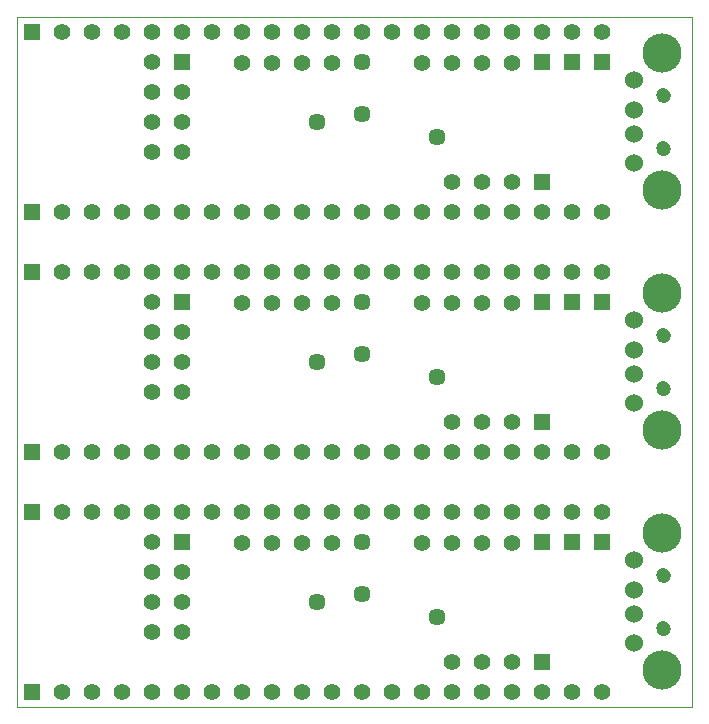
<source format=gts>
G75*
%MOIN*%
%OFA0B0*%
%FSLAX25Y25*%
%IPPOS*%
%LPD*%
%AMOC8*
5,1,8,0,0,1.08239X$1,22.5*
%
%ADD10C,0.00000*%
%ADD11R,0.05550X0.05550*%
%ADD12C,0.05550*%
%ADD13C,0.06000*%
%ADD14C,0.13061*%
%ADD15C,0.04731*%
%ADD16C,0.05715*%
D10*
X0001300Y0001250D02*
X0001300Y0231211D01*
X0226339Y0231250D01*
X0226300Y0001250D01*
X0001300Y0001250D01*
X0214529Y0027392D02*
X0214531Y0027485D01*
X0214537Y0027577D01*
X0214547Y0027669D01*
X0214561Y0027760D01*
X0214578Y0027851D01*
X0214600Y0027941D01*
X0214625Y0028030D01*
X0214654Y0028118D01*
X0214687Y0028204D01*
X0214724Y0028289D01*
X0214764Y0028373D01*
X0214808Y0028454D01*
X0214855Y0028534D01*
X0214905Y0028612D01*
X0214959Y0028687D01*
X0215016Y0028760D01*
X0215076Y0028830D01*
X0215139Y0028898D01*
X0215205Y0028963D01*
X0215273Y0029025D01*
X0215344Y0029085D01*
X0215418Y0029141D01*
X0215494Y0029194D01*
X0215572Y0029243D01*
X0215652Y0029290D01*
X0215734Y0029332D01*
X0215818Y0029372D01*
X0215903Y0029407D01*
X0215990Y0029439D01*
X0216078Y0029468D01*
X0216167Y0029492D01*
X0216257Y0029513D01*
X0216348Y0029529D01*
X0216440Y0029542D01*
X0216532Y0029551D01*
X0216625Y0029556D01*
X0216717Y0029557D01*
X0216810Y0029554D01*
X0216902Y0029547D01*
X0216994Y0029536D01*
X0217085Y0029521D01*
X0217176Y0029503D01*
X0217266Y0029480D01*
X0217354Y0029454D01*
X0217442Y0029424D01*
X0217528Y0029390D01*
X0217612Y0029353D01*
X0217695Y0029311D01*
X0217776Y0029267D01*
X0217856Y0029219D01*
X0217933Y0029168D01*
X0218007Y0029113D01*
X0218080Y0029055D01*
X0218150Y0028995D01*
X0218217Y0028931D01*
X0218281Y0028865D01*
X0218343Y0028795D01*
X0218401Y0028724D01*
X0218456Y0028650D01*
X0218508Y0028573D01*
X0218557Y0028494D01*
X0218603Y0028414D01*
X0218645Y0028331D01*
X0218683Y0028247D01*
X0218718Y0028161D01*
X0218749Y0028074D01*
X0218776Y0027986D01*
X0218799Y0027896D01*
X0218819Y0027806D01*
X0218835Y0027715D01*
X0218847Y0027623D01*
X0218855Y0027531D01*
X0218859Y0027438D01*
X0218859Y0027346D01*
X0218855Y0027253D01*
X0218847Y0027161D01*
X0218835Y0027069D01*
X0218819Y0026978D01*
X0218799Y0026888D01*
X0218776Y0026798D01*
X0218749Y0026710D01*
X0218718Y0026623D01*
X0218683Y0026537D01*
X0218645Y0026453D01*
X0218603Y0026370D01*
X0218557Y0026290D01*
X0218508Y0026211D01*
X0218456Y0026134D01*
X0218401Y0026060D01*
X0218343Y0025989D01*
X0218281Y0025919D01*
X0218217Y0025853D01*
X0218150Y0025789D01*
X0218080Y0025729D01*
X0218007Y0025671D01*
X0217933Y0025616D01*
X0217856Y0025565D01*
X0217777Y0025517D01*
X0217695Y0025473D01*
X0217612Y0025431D01*
X0217528Y0025394D01*
X0217442Y0025360D01*
X0217354Y0025330D01*
X0217266Y0025304D01*
X0217176Y0025281D01*
X0217085Y0025263D01*
X0216994Y0025248D01*
X0216902Y0025237D01*
X0216810Y0025230D01*
X0216717Y0025227D01*
X0216625Y0025228D01*
X0216532Y0025233D01*
X0216440Y0025242D01*
X0216348Y0025255D01*
X0216257Y0025271D01*
X0216167Y0025292D01*
X0216078Y0025316D01*
X0215990Y0025345D01*
X0215903Y0025377D01*
X0215818Y0025412D01*
X0215734Y0025452D01*
X0215652Y0025494D01*
X0215572Y0025541D01*
X0215494Y0025590D01*
X0215418Y0025643D01*
X0215344Y0025699D01*
X0215273Y0025759D01*
X0215205Y0025821D01*
X0215139Y0025886D01*
X0215076Y0025954D01*
X0215016Y0026024D01*
X0214959Y0026097D01*
X0214905Y0026172D01*
X0214855Y0026250D01*
X0214808Y0026330D01*
X0214764Y0026411D01*
X0214724Y0026495D01*
X0214687Y0026580D01*
X0214654Y0026666D01*
X0214625Y0026754D01*
X0214600Y0026843D01*
X0214578Y0026933D01*
X0214561Y0027024D01*
X0214547Y0027115D01*
X0214537Y0027207D01*
X0214531Y0027299D01*
X0214529Y0027392D01*
X0214529Y0045108D02*
X0214531Y0045201D01*
X0214537Y0045293D01*
X0214547Y0045385D01*
X0214561Y0045476D01*
X0214578Y0045567D01*
X0214600Y0045657D01*
X0214625Y0045746D01*
X0214654Y0045834D01*
X0214687Y0045920D01*
X0214724Y0046005D01*
X0214764Y0046089D01*
X0214808Y0046170D01*
X0214855Y0046250D01*
X0214905Y0046328D01*
X0214959Y0046403D01*
X0215016Y0046476D01*
X0215076Y0046546D01*
X0215139Y0046614D01*
X0215205Y0046679D01*
X0215273Y0046741D01*
X0215344Y0046801D01*
X0215418Y0046857D01*
X0215494Y0046910D01*
X0215572Y0046959D01*
X0215652Y0047006D01*
X0215734Y0047048D01*
X0215818Y0047088D01*
X0215903Y0047123D01*
X0215990Y0047155D01*
X0216078Y0047184D01*
X0216167Y0047208D01*
X0216257Y0047229D01*
X0216348Y0047245D01*
X0216440Y0047258D01*
X0216532Y0047267D01*
X0216625Y0047272D01*
X0216717Y0047273D01*
X0216810Y0047270D01*
X0216902Y0047263D01*
X0216994Y0047252D01*
X0217085Y0047237D01*
X0217176Y0047219D01*
X0217266Y0047196D01*
X0217354Y0047170D01*
X0217442Y0047140D01*
X0217528Y0047106D01*
X0217612Y0047069D01*
X0217695Y0047027D01*
X0217776Y0046983D01*
X0217856Y0046935D01*
X0217933Y0046884D01*
X0218007Y0046829D01*
X0218080Y0046771D01*
X0218150Y0046711D01*
X0218217Y0046647D01*
X0218281Y0046581D01*
X0218343Y0046511D01*
X0218401Y0046440D01*
X0218456Y0046366D01*
X0218508Y0046289D01*
X0218557Y0046210D01*
X0218603Y0046130D01*
X0218645Y0046047D01*
X0218683Y0045963D01*
X0218718Y0045877D01*
X0218749Y0045790D01*
X0218776Y0045702D01*
X0218799Y0045612D01*
X0218819Y0045522D01*
X0218835Y0045431D01*
X0218847Y0045339D01*
X0218855Y0045247D01*
X0218859Y0045154D01*
X0218859Y0045062D01*
X0218855Y0044969D01*
X0218847Y0044877D01*
X0218835Y0044785D01*
X0218819Y0044694D01*
X0218799Y0044604D01*
X0218776Y0044514D01*
X0218749Y0044426D01*
X0218718Y0044339D01*
X0218683Y0044253D01*
X0218645Y0044169D01*
X0218603Y0044086D01*
X0218557Y0044006D01*
X0218508Y0043927D01*
X0218456Y0043850D01*
X0218401Y0043776D01*
X0218343Y0043705D01*
X0218281Y0043635D01*
X0218217Y0043569D01*
X0218150Y0043505D01*
X0218080Y0043445D01*
X0218007Y0043387D01*
X0217933Y0043332D01*
X0217856Y0043281D01*
X0217777Y0043233D01*
X0217695Y0043189D01*
X0217612Y0043147D01*
X0217528Y0043110D01*
X0217442Y0043076D01*
X0217354Y0043046D01*
X0217266Y0043020D01*
X0217176Y0042997D01*
X0217085Y0042979D01*
X0216994Y0042964D01*
X0216902Y0042953D01*
X0216810Y0042946D01*
X0216717Y0042943D01*
X0216625Y0042944D01*
X0216532Y0042949D01*
X0216440Y0042958D01*
X0216348Y0042971D01*
X0216257Y0042987D01*
X0216167Y0043008D01*
X0216078Y0043032D01*
X0215990Y0043061D01*
X0215903Y0043093D01*
X0215818Y0043128D01*
X0215734Y0043168D01*
X0215652Y0043210D01*
X0215572Y0043257D01*
X0215494Y0043306D01*
X0215418Y0043359D01*
X0215344Y0043415D01*
X0215273Y0043475D01*
X0215205Y0043537D01*
X0215139Y0043602D01*
X0215076Y0043670D01*
X0215016Y0043740D01*
X0214959Y0043813D01*
X0214905Y0043888D01*
X0214855Y0043966D01*
X0214808Y0044046D01*
X0214764Y0044127D01*
X0214724Y0044211D01*
X0214687Y0044296D01*
X0214654Y0044382D01*
X0214625Y0044470D01*
X0214600Y0044559D01*
X0214578Y0044649D01*
X0214561Y0044740D01*
X0214547Y0044831D01*
X0214537Y0044923D01*
X0214531Y0045015D01*
X0214529Y0045108D01*
X0214529Y0107392D02*
X0214531Y0107485D01*
X0214537Y0107577D01*
X0214547Y0107669D01*
X0214561Y0107760D01*
X0214578Y0107851D01*
X0214600Y0107941D01*
X0214625Y0108030D01*
X0214654Y0108118D01*
X0214687Y0108204D01*
X0214724Y0108289D01*
X0214764Y0108373D01*
X0214808Y0108454D01*
X0214855Y0108534D01*
X0214905Y0108612D01*
X0214959Y0108687D01*
X0215016Y0108760D01*
X0215076Y0108830D01*
X0215139Y0108898D01*
X0215205Y0108963D01*
X0215273Y0109025D01*
X0215344Y0109085D01*
X0215418Y0109141D01*
X0215494Y0109194D01*
X0215572Y0109243D01*
X0215652Y0109290D01*
X0215734Y0109332D01*
X0215818Y0109372D01*
X0215903Y0109407D01*
X0215990Y0109439D01*
X0216078Y0109468D01*
X0216167Y0109492D01*
X0216257Y0109513D01*
X0216348Y0109529D01*
X0216440Y0109542D01*
X0216532Y0109551D01*
X0216625Y0109556D01*
X0216717Y0109557D01*
X0216810Y0109554D01*
X0216902Y0109547D01*
X0216994Y0109536D01*
X0217085Y0109521D01*
X0217176Y0109503D01*
X0217266Y0109480D01*
X0217354Y0109454D01*
X0217442Y0109424D01*
X0217528Y0109390D01*
X0217612Y0109353D01*
X0217695Y0109311D01*
X0217776Y0109267D01*
X0217856Y0109219D01*
X0217933Y0109168D01*
X0218007Y0109113D01*
X0218080Y0109055D01*
X0218150Y0108995D01*
X0218217Y0108931D01*
X0218281Y0108865D01*
X0218343Y0108795D01*
X0218401Y0108724D01*
X0218456Y0108650D01*
X0218508Y0108573D01*
X0218557Y0108494D01*
X0218603Y0108414D01*
X0218645Y0108331D01*
X0218683Y0108247D01*
X0218718Y0108161D01*
X0218749Y0108074D01*
X0218776Y0107986D01*
X0218799Y0107896D01*
X0218819Y0107806D01*
X0218835Y0107715D01*
X0218847Y0107623D01*
X0218855Y0107531D01*
X0218859Y0107438D01*
X0218859Y0107346D01*
X0218855Y0107253D01*
X0218847Y0107161D01*
X0218835Y0107069D01*
X0218819Y0106978D01*
X0218799Y0106888D01*
X0218776Y0106798D01*
X0218749Y0106710D01*
X0218718Y0106623D01*
X0218683Y0106537D01*
X0218645Y0106453D01*
X0218603Y0106370D01*
X0218557Y0106290D01*
X0218508Y0106211D01*
X0218456Y0106134D01*
X0218401Y0106060D01*
X0218343Y0105989D01*
X0218281Y0105919D01*
X0218217Y0105853D01*
X0218150Y0105789D01*
X0218080Y0105729D01*
X0218007Y0105671D01*
X0217933Y0105616D01*
X0217856Y0105565D01*
X0217777Y0105517D01*
X0217695Y0105473D01*
X0217612Y0105431D01*
X0217528Y0105394D01*
X0217442Y0105360D01*
X0217354Y0105330D01*
X0217266Y0105304D01*
X0217176Y0105281D01*
X0217085Y0105263D01*
X0216994Y0105248D01*
X0216902Y0105237D01*
X0216810Y0105230D01*
X0216717Y0105227D01*
X0216625Y0105228D01*
X0216532Y0105233D01*
X0216440Y0105242D01*
X0216348Y0105255D01*
X0216257Y0105271D01*
X0216167Y0105292D01*
X0216078Y0105316D01*
X0215990Y0105345D01*
X0215903Y0105377D01*
X0215818Y0105412D01*
X0215734Y0105452D01*
X0215652Y0105494D01*
X0215572Y0105541D01*
X0215494Y0105590D01*
X0215418Y0105643D01*
X0215344Y0105699D01*
X0215273Y0105759D01*
X0215205Y0105821D01*
X0215139Y0105886D01*
X0215076Y0105954D01*
X0215016Y0106024D01*
X0214959Y0106097D01*
X0214905Y0106172D01*
X0214855Y0106250D01*
X0214808Y0106330D01*
X0214764Y0106411D01*
X0214724Y0106495D01*
X0214687Y0106580D01*
X0214654Y0106666D01*
X0214625Y0106754D01*
X0214600Y0106843D01*
X0214578Y0106933D01*
X0214561Y0107024D01*
X0214547Y0107115D01*
X0214537Y0107207D01*
X0214531Y0107299D01*
X0214529Y0107392D01*
X0214529Y0125108D02*
X0214531Y0125201D01*
X0214537Y0125293D01*
X0214547Y0125385D01*
X0214561Y0125476D01*
X0214578Y0125567D01*
X0214600Y0125657D01*
X0214625Y0125746D01*
X0214654Y0125834D01*
X0214687Y0125920D01*
X0214724Y0126005D01*
X0214764Y0126089D01*
X0214808Y0126170D01*
X0214855Y0126250D01*
X0214905Y0126328D01*
X0214959Y0126403D01*
X0215016Y0126476D01*
X0215076Y0126546D01*
X0215139Y0126614D01*
X0215205Y0126679D01*
X0215273Y0126741D01*
X0215344Y0126801D01*
X0215418Y0126857D01*
X0215494Y0126910D01*
X0215572Y0126959D01*
X0215652Y0127006D01*
X0215734Y0127048D01*
X0215818Y0127088D01*
X0215903Y0127123D01*
X0215990Y0127155D01*
X0216078Y0127184D01*
X0216167Y0127208D01*
X0216257Y0127229D01*
X0216348Y0127245D01*
X0216440Y0127258D01*
X0216532Y0127267D01*
X0216625Y0127272D01*
X0216717Y0127273D01*
X0216810Y0127270D01*
X0216902Y0127263D01*
X0216994Y0127252D01*
X0217085Y0127237D01*
X0217176Y0127219D01*
X0217266Y0127196D01*
X0217354Y0127170D01*
X0217442Y0127140D01*
X0217528Y0127106D01*
X0217612Y0127069D01*
X0217695Y0127027D01*
X0217776Y0126983D01*
X0217856Y0126935D01*
X0217933Y0126884D01*
X0218007Y0126829D01*
X0218080Y0126771D01*
X0218150Y0126711D01*
X0218217Y0126647D01*
X0218281Y0126581D01*
X0218343Y0126511D01*
X0218401Y0126440D01*
X0218456Y0126366D01*
X0218508Y0126289D01*
X0218557Y0126210D01*
X0218603Y0126130D01*
X0218645Y0126047D01*
X0218683Y0125963D01*
X0218718Y0125877D01*
X0218749Y0125790D01*
X0218776Y0125702D01*
X0218799Y0125612D01*
X0218819Y0125522D01*
X0218835Y0125431D01*
X0218847Y0125339D01*
X0218855Y0125247D01*
X0218859Y0125154D01*
X0218859Y0125062D01*
X0218855Y0124969D01*
X0218847Y0124877D01*
X0218835Y0124785D01*
X0218819Y0124694D01*
X0218799Y0124604D01*
X0218776Y0124514D01*
X0218749Y0124426D01*
X0218718Y0124339D01*
X0218683Y0124253D01*
X0218645Y0124169D01*
X0218603Y0124086D01*
X0218557Y0124006D01*
X0218508Y0123927D01*
X0218456Y0123850D01*
X0218401Y0123776D01*
X0218343Y0123705D01*
X0218281Y0123635D01*
X0218217Y0123569D01*
X0218150Y0123505D01*
X0218080Y0123445D01*
X0218007Y0123387D01*
X0217933Y0123332D01*
X0217856Y0123281D01*
X0217777Y0123233D01*
X0217695Y0123189D01*
X0217612Y0123147D01*
X0217528Y0123110D01*
X0217442Y0123076D01*
X0217354Y0123046D01*
X0217266Y0123020D01*
X0217176Y0122997D01*
X0217085Y0122979D01*
X0216994Y0122964D01*
X0216902Y0122953D01*
X0216810Y0122946D01*
X0216717Y0122943D01*
X0216625Y0122944D01*
X0216532Y0122949D01*
X0216440Y0122958D01*
X0216348Y0122971D01*
X0216257Y0122987D01*
X0216167Y0123008D01*
X0216078Y0123032D01*
X0215990Y0123061D01*
X0215903Y0123093D01*
X0215818Y0123128D01*
X0215734Y0123168D01*
X0215652Y0123210D01*
X0215572Y0123257D01*
X0215494Y0123306D01*
X0215418Y0123359D01*
X0215344Y0123415D01*
X0215273Y0123475D01*
X0215205Y0123537D01*
X0215139Y0123602D01*
X0215076Y0123670D01*
X0215016Y0123740D01*
X0214959Y0123813D01*
X0214905Y0123888D01*
X0214855Y0123966D01*
X0214808Y0124046D01*
X0214764Y0124127D01*
X0214724Y0124211D01*
X0214687Y0124296D01*
X0214654Y0124382D01*
X0214625Y0124470D01*
X0214600Y0124559D01*
X0214578Y0124649D01*
X0214561Y0124740D01*
X0214547Y0124831D01*
X0214537Y0124923D01*
X0214531Y0125015D01*
X0214529Y0125108D01*
X0214529Y0187392D02*
X0214531Y0187485D01*
X0214537Y0187577D01*
X0214547Y0187669D01*
X0214561Y0187760D01*
X0214578Y0187851D01*
X0214600Y0187941D01*
X0214625Y0188030D01*
X0214654Y0188118D01*
X0214687Y0188204D01*
X0214724Y0188289D01*
X0214764Y0188373D01*
X0214808Y0188454D01*
X0214855Y0188534D01*
X0214905Y0188612D01*
X0214959Y0188687D01*
X0215016Y0188760D01*
X0215076Y0188830D01*
X0215139Y0188898D01*
X0215205Y0188963D01*
X0215273Y0189025D01*
X0215344Y0189085D01*
X0215418Y0189141D01*
X0215494Y0189194D01*
X0215572Y0189243D01*
X0215652Y0189290D01*
X0215734Y0189332D01*
X0215818Y0189372D01*
X0215903Y0189407D01*
X0215990Y0189439D01*
X0216078Y0189468D01*
X0216167Y0189492D01*
X0216257Y0189513D01*
X0216348Y0189529D01*
X0216440Y0189542D01*
X0216532Y0189551D01*
X0216625Y0189556D01*
X0216717Y0189557D01*
X0216810Y0189554D01*
X0216902Y0189547D01*
X0216994Y0189536D01*
X0217085Y0189521D01*
X0217176Y0189503D01*
X0217266Y0189480D01*
X0217354Y0189454D01*
X0217442Y0189424D01*
X0217528Y0189390D01*
X0217612Y0189353D01*
X0217695Y0189311D01*
X0217776Y0189267D01*
X0217856Y0189219D01*
X0217933Y0189168D01*
X0218007Y0189113D01*
X0218080Y0189055D01*
X0218150Y0188995D01*
X0218217Y0188931D01*
X0218281Y0188865D01*
X0218343Y0188795D01*
X0218401Y0188724D01*
X0218456Y0188650D01*
X0218508Y0188573D01*
X0218557Y0188494D01*
X0218603Y0188414D01*
X0218645Y0188331D01*
X0218683Y0188247D01*
X0218718Y0188161D01*
X0218749Y0188074D01*
X0218776Y0187986D01*
X0218799Y0187896D01*
X0218819Y0187806D01*
X0218835Y0187715D01*
X0218847Y0187623D01*
X0218855Y0187531D01*
X0218859Y0187438D01*
X0218859Y0187346D01*
X0218855Y0187253D01*
X0218847Y0187161D01*
X0218835Y0187069D01*
X0218819Y0186978D01*
X0218799Y0186888D01*
X0218776Y0186798D01*
X0218749Y0186710D01*
X0218718Y0186623D01*
X0218683Y0186537D01*
X0218645Y0186453D01*
X0218603Y0186370D01*
X0218557Y0186290D01*
X0218508Y0186211D01*
X0218456Y0186134D01*
X0218401Y0186060D01*
X0218343Y0185989D01*
X0218281Y0185919D01*
X0218217Y0185853D01*
X0218150Y0185789D01*
X0218080Y0185729D01*
X0218007Y0185671D01*
X0217933Y0185616D01*
X0217856Y0185565D01*
X0217777Y0185517D01*
X0217695Y0185473D01*
X0217612Y0185431D01*
X0217528Y0185394D01*
X0217442Y0185360D01*
X0217354Y0185330D01*
X0217266Y0185304D01*
X0217176Y0185281D01*
X0217085Y0185263D01*
X0216994Y0185248D01*
X0216902Y0185237D01*
X0216810Y0185230D01*
X0216717Y0185227D01*
X0216625Y0185228D01*
X0216532Y0185233D01*
X0216440Y0185242D01*
X0216348Y0185255D01*
X0216257Y0185271D01*
X0216167Y0185292D01*
X0216078Y0185316D01*
X0215990Y0185345D01*
X0215903Y0185377D01*
X0215818Y0185412D01*
X0215734Y0185452D01*
X0215652Y0185494D01*
X0215572Y0185541D01*
X0215494Y0185590D01*
X0215418Y0185643D01*
X0215344Y0185699D01*
X0215273Y0185759D01*
X0215205Y0185821D01*
X0215139Y0185886D01*
X0215076Y0185954D01*
X0215016Y0186024D01*
X0214959Y0186097D01*
X0214905Y0186172D01*
X0214855Y0186250D01*
X0214808Y0186330D01*
X0214764Y0186411D01*
X0214724Y0186495D01*
X0214687Y0186580D01*
X0214654Y0186666D01*
X0214625Y0186754D01*
X0214600Y0186843D01*
X0214578Y0186933D01*
X0214561Y0187024D01*
X0214547Y0187115D01*
X0214537Y0187207D01*
X0214531Y0187299D01*
X0214529Y0187392D01*
X0214529Y0205108D02*
X0214531Y0205201D01*
X0214537Y0205293D01*
X0214547Y0205385D01*
X0214561Y0205476D01*
X0214578Y0205567D01*
X0214600Y0205657D01*
X0214625Y0205746D01*
X0214654Y0205834D01*
X0214687Y0205920D01*
X0214724Y0206005D01*
X0214764Y0206089D01*
X0214808Y0206170D01*
X0214855Y0206250D01*
X0214905Y0206328D01*
X0214959Y0206403D01*
X0215016Y0206476D01*
X0215076Y0206546D01*
X0215139Y0206614D01*
X0215205Y0206679D01*
X0215273Y0206741D01*
X0215344Y0206801D01*
X0215418Y0206857D01*
X0215494Y0206910D01*
X0215572Y0206959D01*
X0215652Y0207006D01*
X0215734Y0207048D01*
X0215818Y0207088D01*
X0215903Y0207123D01*
X0215990Y0207155D01*
X0216078Y0207184D01*
X0216167Y0207208D01*
X0216257Y0207229D01*
X0216348Y0207245D01*
X0216440Y0207258D01*
X0216532Y0207267D01*
X0216625Y0207272D01*
X0216717Y0207273D01*
X0216810Y0207270D01*
X0216902Y0207263D01*
X0216994Y0207252D01*
X0217085Y0207237D01*
X0217176Y0207219D01*
X0217266Y0207196D01*
X0217354Y0207170D01*
X0217442Y0207140D01*
X0217528Y0207106D01*
X0217612Y0207069D01*
X0217695Y0207027D01*
X0217776Y0206983D01*
X0217856Y0206935D01*
X0217933Y0206884D01*
X0218007Y0206829D01*
X0218080Y0206771D01*
X0218150Y0206711D01*
X0218217Y0206647D01*
X0218281Y0206581D01*
X0218343Y0206511D01*
X0218401Y0206440D01*
X0218456Y0206366D01*
X0218508Y0206289D01*
X0218557Y0206210D01*
X0218603Y0206130D01*
X0218645Y0206047D01*
X0218683Y0205963D01*
X0218718Y0205877D01*
X0218749Y0205790D01*
X0218776Y0205702D01*
X0218799Y0205612D01*
X0218819Y0205522D01*
X0218835Y0205431D01*
X0218847Y0205339D01*
X0218855Y0205247D01*
X0218859Y0205154D01*
X0218859Y0205062D01*
X0218855Y0204969D01*
X0218847Y0204877D01*
X0218835Y0204785D01*
X0218819Y0204694D01*
X0218799Y0204604D01*
X0218776Y0204514D01*
X0218749Y0204426D01*
X0218718Y0204339D01*
X0218683Y0204253D01*
X0218645Y0204169D01*
X0218603Y0204086D01*
X0218557Y0204006D01*
X0218508Y0203927D01*
X0218456Y0203850D01*
X0218401Y0203776D01*
X0218343Y0203705D01*
X0218281Y0203635D01*
X0218217Y0203569D01*
X0218150Y0203505D01*
X0218080Y0203445D01*
X0218007Y0203387D01*
X0217933Y0203332D01*
X0217856Y0203281D01*
X0217777Y0203233D01*
X0217695Y0203189D01*
X0217612Y0203147D01*
X0217528Y0203110D01*
X0217442Y0203076D01*
X0217354Y0203046D01*
X0217266Y0203020D01*
X0217176Y0202997D01*
X0217085Y0202979D01*
X0216994Y0202964D01*
X0216902Y0202953D01*
X0216810Y0202946D01*
X0216717Y0202943D01*
X0216625Y0202944D01*
X0216532Y0202949D01*
X0216440Y0202958D01*
X0216348Y0202971D01*
X0216257Y0202987D01*
X0216167Y0203008D01*
X0216078Y0203032D01*
X0215990Y0203061D01*
X0215903Y0203093D01*
X0215818Y0203128D01*
X0215734Y0203168D01*
X0215652Y0203210D01*
X0215572Y0203257D01*
X0215494Y0203306D01*
X0215418Y0203359D01*
X0215344Y0203415D01*
X0215273Y0203475D01*
X0215205Y0203537D01*
X0215139Y0203602D01*
X0215076Y0203670D01*
X0215016Y0203740D01*
X0214959Y0203813D01*
X0214905Y0203888D01*
X0214855Y0203966D01*
X0214808Y0204046D01*
X0214764Y0204127D01*
X0214724Y0204211D01*
X0214687Y0204296D01*
X0214654Y0204382D01*
X0214625Y0204470D01*
X0214600Y0204559D01*
X0214578Y0204649D01*
X0214561Y0204740D01*
X0214547Y0204831D01*
X0214537Y0204923D01*
X0214531Y0205015D01*
X0214529Y0205108D01*
D11*
X0196300Y0216250D03*
X0186300Y0216250D03*
X0176300Y0216250D03*
X0176300Y0176250D03*
X0176300Y0136250D03*
X0186300Y0136250D03*
X0196300Y0136250D03*
X0176300Y0096250D03*
X0176300Y0056250D03*
X0186300Y0056250D03*
X0196300Y0056250D03*
X0176300Y0016250D03*
X0056300Y0056250D03*
X0006300Y0066250D03*
X0006300Y0086250D03*
X0056300Y0136250D03*
X0006300Y0146250D03*
X0006300Y0166250D03*
X0056300Y0216250D03*
X0006300Y0226250D03*
X0006300Y0006250D03*
D12*
X0016300Y0006250D03*
X0026300Y0006250D03*
X0036300Y0006250D03*
X0046300Y0006250D03*
X0056300Y0006250D03*
X0066300Y0006250D03*
X0076300Y0006250D03*
X0086300Y0006250D03*
X0096300Y0006250D03*
X0106300Y0006250D03*
X0116300Y0006250D03*
X0126300Y0006250D03*
X0136300Y0006250D03*
X0146300Y0006250D03*
X0146300Y0016250D03*
X0156300Y0016250D03*
X0166300Y0016250D03*
X0166300Y0006250D03*
X0156300Y0006250D03*
X0176300Y0006250D03*
X0186300Y0006250D03*
X0196300Y0006250D03*
X0166300Y0055935D03*
X0156300Y0055935D03*
X0146300Y0055935D03*
X0136300Y0055935D03*
X0136300Y0066250D03*
X0146300Y0066250D03*
X0156300Y0066250D03*
X0166300Y0066250D03*
X0176300Y0066250D03*
X0186300Y0066250D03*
X0196300Y0066250D03*
X0196300Y0086250D03*
X0186300Y0086250D03*
X0176300Y0086250D03*
X0166300Y0086250D03*
X0156300Y0086250D03*
X0156300Y0096250D03*
X0166300Y0096250D03*
X0146300Y0096250D03*
X0146300Y0086250D03*
X0136300Y0086250D03*
X0126300Y0086250D03*
X0116300Y0086250D03*
X0106300Y0086250D03*
X0096300Y0086250D03*
X0086300Y0086250D03*
X0076300Y0086250D03*
X0066300Y0086250D03*
X0056300Y0086250D03*
X0046300Y0086250D03*
X0036300Y0086250D03*
X0026300Y0086250D03*
X0016300Y0086250D03*
X0016300Y0066250D03*
X0026300Y0066250D03*
X0036300Y0066250D03*
X0046300Y0066250D03*
X0056300Y0066250D03*
X0066300Y0066250D03*
X0076300Y0066250D03*
X0086300Y0066250D03*
X0096300Y0066250D03*
X0106300Y0066250D03*
X0116300Y0066250D03*
X0126300Y0066250D03*
X0106300Y0055935D03*
X0096300Y0055935D03*
X0086300Y0055935D03*
X0076300Y0055935D03*
X0056300Y0046250D03*
X0046300Y0046250D03*
X0046300Y0036250D03*
X0056300Y0036250D03*
X0056300Y0026250D03*
X0046300Y0026250D03*
X0046300Y0056250D03*
X0046300Y0106250D03*
X0056300Y0106250D03*
X0056300Y0116250D03*
X0046300Y0116250D03*
X0046300Y0126250D03*
X0056300Y0126250D03*
X0046300Y0136250D03*
X0046300Y0146250D03*
X0056300Y0146250D03*
X0066300Y0146250D03*
X0076300Y0146250D03*
X0086300Y0146250D03*
X0096300Y0146250D03*
X0106300Y0146250D03*
X0116300Y0146250D03*
X0126300Y0146250D03*
X0136300Y0146250D03*
X0146300Y0146250D03*
X0156300Y0146250D03*
X0166300Y0146250D03*
X0176300Y0146250D03*
X0186300Y0146250D03*
X0196300Y0146250D03*
X0196300Y0166250D03*
X0186300Y0166250D03*
X0176300Y0166250D03*
X0166300Y0166250D03*
X0156300Y0166250D03*
X0156300Y0176250D03*
X0166300Y0176250D03*
X0146300Y0176250D03*
X0146300Y0166250D03*
X0136300Y0166250D03*
X0126300Y0166250D03*
X0116300Y0166250D03*
X0106300Y0166250D03*
X0096300Y0166250D03*
X0086300Y0166250D03*
X0076300Y0166250D03*
X0066300Y0166250D03*
X0056300Y0166250D03*
X0046300Y0166250D03*
X0036300Y0166250D03*
X0026300Y0166250D03*
X0016300Y0166250D03*
X0016300Y0146250D03*
X0026300Y0146250D03*
X0036300Y0146250D03*
X0076300Y0135935D03*
X0086300Y0135935D03*
X0096300Y0135935D03*
X0106300Y0135935D03*
X0136300Y0135935D03*
X0146300Y0135935D03*
X0156300Y0135935D03*
X0166300Y0135935D03*
X0166300Y0215935D03*
X0156300Y0215935D03*
X0146300Y0215935D03*
X0136300Y0215935D03*
X0136300Y0226250D03*
X0146300Y0226250D03*
X0156300Y0226250D03*
X0166300Y0226250D03*
X0176300Y0226250D03*
X0186300Y0226250D03*
X0196300Y0226250D03*
X0126300Y0226250D03*
X0116300Y0226250D03*
X0106300Y0226250D03*
X0096300Y0226250D03*
X0086300Y0226250D03*
X0076300Y0226250D03*
X0066300Y0226250D03*
X0056300Y0226250D03*
X0046300Y0226250D03*
X0046300Y0216250D03*
X0036300Y0226250D03*
X0026300Y0226250D03*
X0016300Y0226250D03*
X0046300Y0206250D03*
X0056300Y0206250D03*
X0056300Y0196250D03*
X0046300Y0196250D03*
X0046300Y0186250D03*
X0056300Y0186250D03*
X0076300Y0215935D03*
X0086300Y0215935D03*
X0096300Y0215935D03*
X0106300Y0215935D03*
D13*
X0206851Y0210030D03*
X0206851Y0200187D03*
X0206851Y0192313D03*
X0206851Y0182470D03*
X0206851Y0130030D03*
X0206851Y0120187D03*
X0206851Y0112313D03*
X0206851Y0102470D03*
X0206851Y0050030D03*
X0206851Y0040187D03*
X0206851Y0032313D03*
X0206851Y0022470D03*
D14*
X0216300Y0013415D03*
X0216300Y0059085D03*
X0216300Y0093415D03*
X0216300Y0139085D03*
X0216300Y0173415D03*
X0216300Y0219085D03*
D15*
X0216694Y0205108D03*
X0216694Y0187392D03*
X0216694Y0125108D03*
X0216694Y0107392D03*
X0216694Y0045108D03*
X0216694Y0027392D03*
D16*
X0141300Y0031250D03*
X0116300Y0038750D03*
X0101300Y0036250D03*
X0116300Y0056250D03*
X0141300Y0111250D03*
X0116300Y0118750D03*
X0101300Y0116250D03*
X0116300Y0136250D03*
X0141300Y0191250D03*
X0116300Y0198750D03*
X0101300Y0196250D03*
X0116300Y0216250D03*
M02*

</source>
